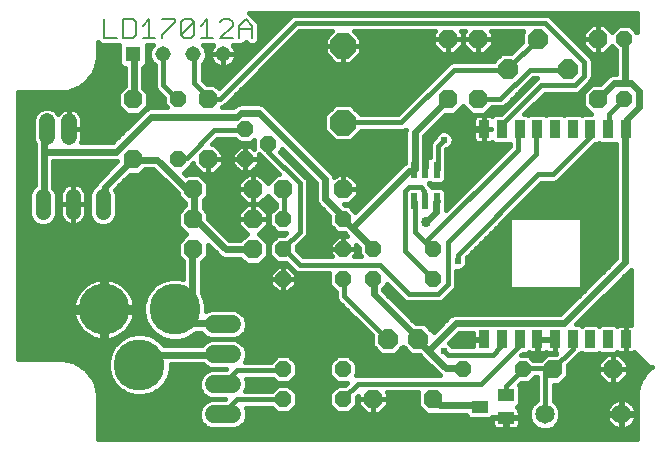
<source format=gtl>
G75*
%MOIN*%
%OFA0B0*%
%FSLAX25Y25*%
%IPPOS*%
%LPD*%
%AMOC8*
5,1,8,0,0,1.08239X$1,22.5*
%
%ADD10C,0.00600*%
%ADD11OC8,0.06300*%
%ADD12R,0.05512X0.03937*%
%ADD13OC8,0.06600*%
%ADD14OC8,0.05200*%
%ADD15OC8,0.08500*%
%ADD16R,0.02200X0.05200*%
%ADD17R,0.03543X0.05846*%
%ADD18R,0.05150X0.05150*%
%ADD19C,0.05150*%
%ADD20C,0.05150*%
%ADD21C,0.05200*%
%ADD22C,0.06496*%
%ADD23C,0.17000*%
%ADD24C,0.06000*%
%ADD25C,0.01600*%
%ADD26C,0.02400*%
%ADD27R,0.03900X0.03900*%
%ADD28C,0.02200*%
%ADD29C,0.03400*%
%ADD30C,0.02400*%
D10*
X0074166Y0169456D02*
X0078436Y0169456D01*
X0080612Y0169456D02*
X0083814Y0169456D01*
X0084882Y0170524D01*
X0084882Y0174794D01*
X0083814Y0175862D01*
X0080612Y0175862D01*
X0080612Y0169456D01*
X0087057Y0169456D02*
X0091327Y0169456D01*
X0089192Y0169456D02*
X0089192Y0175862D01*
X0087057Y0173726D01*
X0093503Y0175862D02*
X0097773Y0175862D01*
X0097773Y0174794D01*
X0093503Y0170524D01*
X0093503Y0169456D01*
X0099948Y0170524D02*
X0101016Y0169456D01*
X0103151Y0169456D01*
X0104218Y0170524D01*
X0104218Y0174794D01*
X0099948Y0170524D01*
X0099948Y0174794D01*
X0101016Y0175862D01*
X0103151Y0175862D01*
X0104218Y0174794D01*
X0106394Y0173726D02*
X0108529Y0175862D01*
X0108529Y0169456D01*
X0106394Y0169456D02*
X0110664Y0169456D01*
X0112839Y0169456D02*
X0117109Y0173726D01*
X0117109Y0174794D01*
X0116042Y0175862D01*
X0113907Y0175862D01*
X0112839Y0174794D01*
X0119285Y0173726D02*
X0121420Y0175862D01*
X0123555Y0173726D01*
X0123555Y0169456D01*
X0123555Y0172659D02*
X0119285Y0172659D01*
X0119285Y0173726D02*
X0119285Y0169456D01*
X0117109Y0169456D02*
X0112839Y0169456D01*
X0074166Y0169456D02*
X0074166Y0175862D01*
D11*
X0083866Y0149156D03*
X0108866Y0149156D03*
X0108866Y0129156D03*
X0103866Y0119156D03*
X0103866Y0109156D03*
X0103866Y0099156D03*
X0123866Y0099156D03*
X0123866Y0109156D03*
X0123866Y0119156D03*
X0133866Y0119156D03*
X0153866Y0119156D03*
X0188866Y0149156D03*
X0198866Y0149156D03*
X0198866Y0169156D03*
X0188866Y0169156D03*
X0238866Y0169156D03*
X0238866Y0149156D03*
X0243866Y0059156D03*
X0223866Y0059156D03*
X0183866Y0049156D03*
X0163866Y0049156D03*
X0083866Y0129156D03*
D12*
X0208197Y0050396D03*
X0199535Y0046656D03*
X0208197Y0042916D03*
D13*
X0178866Y0069156D03*
X0168866Y0069156D03*
X0208866Y0159156D03*
X0218866Y0169156D03*
X0228866Y0159156D03*
D14*
X0247616Y0149156D03*
X0247616Y0169156D03*
X0153866Y0109156D03*
X0153866Y0099156D03*
X0163866Y0099156D03*
X0163866Y0089156D03*
X0153866Y0089156D03*
X0133866Y0089156D03*
X0133866Y0099156D03*
X0133866Y0109156D03*
X0121366Y0129156D03*
X0128866Y0134156D03*
X0121366Y0139156D03*
X0098866Y0129156D03*
X0098866Y0149156D03*
X0183866Y0099156D03*
X0183866Y0089156D03*
X0193866Y0059156D03*
X0213866Y0059156D03*
X0153866Y0059156D03*
X0153866Y0049156D03*
X0133866Y0049156D03*
X0133866Y0059156D03*
D15*
X0153866Y0141356D03*
X0153866Y0166956D03*
D16*
X0177666Y0125506D03*
X0181366Y0125506D03*
X0185066Y0125506D03*
X0185066Y0115306D03*
X0181366Y0115306D03*
X0177666Y0115306D03*
D17*
X0200913Y0139166D03*
X0206819Y0139166D03*
X0212724Y0139166D03*
X0218630Y0139166D03*
X0224535Y0139166D03*
X0230441Y0139166D03*
X0236346Y0139166D03*
X0242252Y0139166D03*
X0248157Y0139166D03*
X0248157Y0069146D03*
X0242252Y0069146D03*
X0236346Y0069146D03*
X0230441Y0069146D03*
X0224535Y0069146D03*
X0218630Y0069146D03*
X0212724Y0069146D03*
X0206819Y0069146D03*
X0200913Y0069146D03*
D18*
X0083866Y0164156D03*
D19*
X0093866Y0164156D03*
X0103866Y0164156D03*
X0113866Y0164156D03*
D20*
X0073866Y0116731D02*
X0073866Y0111581D01*
X0063866Y0111581D02*
X0063866Y0116731D01*
X0053866Y0116731D02*
X0053866Y0111581D01*
D21*
X0055116Y0136556D02*
X0055116Y0141756D01*
X0062616Y0141756D02*
X0062616Y0136556D01*
D22*
X0221071Y0044156D03*
X0246661Y0044156D03*
D23*
X0097803Y0079156D03*
X0074181Y0079156D03*
X0085992Y0060652D03*
D24*
X0110866Y0064156D02*
X0116866Y0064156D01*
X0116866Y0054156D02*
X0110866Y0054156D01*
X0110866Y0044156D02*
X0116866Y0044156D01*
X0116866Y0074156D02*
X0110866Y0074156D01*
D25*
X0072225Y0049606D02*
X0072225Y0035956D01*
X0251728Y0035956D01*
X0251728Y0049606D01*
X0251706Y0049631D01*
X0251728Y0049933D01*
X0251728Y0050236D01*
X0251751Y0050259D01*
X0251831Y0051377D01*
X0251796Y0051431D01*
X0251854Y0051699D01*
X0251873Y0051973D01*
X0251923Y0052015D01*
X0252168Y0053142D01*
X0252141Y0053201D01*
X0252236Y0053458D01*
X0252295Y0053726D01*
X0252349Y0053761D01*
X0252752Y0054841D01*
X0252734Y0054903D01*
X0252865Y0055144D01*
X0252961Y0055401D01*
X0253020Y0055428D01*
X0253573Y0056439D01*
X0253564Y0056504D01*
X0253728Y0056723D01*
X0253859Y0056964D01*
X0253922Y0056982D01*
X0254612Y0057905D01*
X0254612Y0057970D01*
X0254806Y0058164D01*
X0254971Y0058383D01*
X0255035Y0058393D01*
X0255850Y0059208D01*
X0255859Y0059272D01*
X0256079Y0059437D01*
X0256273Y0059630D01*
X0256338Y0059630D01*
X0256907Y0060056D01*
X0255703Y0060056D01*
X0254766Y0060993D01*
X0252266Y0063493D01*
X0250998Y0064762D01*
X0250624Y0064546D01*
X0250166Y0064423D01*
X0248243Y0064423D01*
X0248243Y0069060D01*
X0248072Y0069060D01*
X0248072Y0064423D01*
X0246149Y0064423D01*
X0245691Y0064546D01*
X0245364Y0064735D01*
X0244852Y0064223D01*
X0239652Y0064223D01*
X0239299Y0064576D01*
X0238947Y0064223D01*
X0233746Y0064223D01*
X0233394Y0064576D01*
X0233041Y0064223D01*
X0232593Y0064223D01*
X0229016Y0060646D01*
X0229016Y0057023D01*
X0225999Y0054006D01*
X0224116Y0054006D01*
X0224116Y0048533D01*
X0225520Y0047129D01*
X0226319Y0045200D01*
X0226319Y0043112D01*
X0225520Y0041183D01*
X0224044Y0039707D01*
X0222115Y0038908D01*
X0220027Y0038908D01*
X0218098Y0039707D01*
X0216622Y0041183D01*
X0215823Y0043112D01*
X0215823Y0045200D01*
X0216622Y0047129D01*
X0218098Y0048605D01*
X0218516Y0048778D01*
X0218516Y0056706D01*
X0217922Y0056706D01*
X0215772Y0054556D01*
X0213176Y0054556D01*
X0212383Y0053763D01*
X0212953Y0053193D01*
X0212953Y0047599D01*
X0211817Y0046464D01*
X0212058Y0046325D01*
X0212393Y0045990D01*
X0212630Y0045579D01*
X0212753Y0045121D01*
X0212753Y0043100D01*
X0208381Y0043100D01*
X0208381Y0042732D01*
X0212753Y0042732D01*
X0212753Y0040711D01*
X0212630Y0040253D01*
X0212393Y0039842D01*
X0212058Y0039507D01*
X0211648Y0039270D01*
X0211190Y0039148D01*
X0208381Y0039148D01*
X0208381Y0042732D01*
X0208013Y0042732D01*
X0208013Y0039148D01*
X0205204Y0039148D01*
X0204746Y0039270D01*
X0204336Y0039507D01*
X0204001Y0039842D01*
X0203764Y0040253D01*
X0203641Y0040711D01*
X0203641Y0042732D01*
X0208013Y0042732D01*
X0208013Y0043100D01*
X0203641Y0043100D01*
X0203641Y0043209D01*
X0203120Y0042688D01*
X0195951Y0042688D01*
X0194780Y0043859D01*
X0194780Y0044056D01*
X0186049Y0044056D01*
X0185999Y0044006D01*
X0181733Y0044006D01*
X0178716Y0047023D01*
X0178716Y0051289D01*
X0178933Y0051506D01*
X0168516Y0051506D01*
X0168816Y0051207D01*
X0168816Y0049156D01*
X0163866Y0049156D01*
X0163866Y0049156D01*
X0163866Y0044206D01*
X0161816Y0044206D01*
X0158916Y0047106D01*
X0158916Y0049156D01*
X0163866Y0049156D01*
X0163866Y0049156D01*
X0163866Y0044206D01*
X0165916Y0044206D01*
X0168816Y0047106D01*
X0168816Y0049156D01*
X0163866Y0049156D01*
X0158916Y0049156D01*
X0158916Y0050346D01*
X0158466Y0049896D01*
X0158466Y0047251D01*
X0155772Y0044556D01*
X0151961Y0044556D01*
X0149266Y0047251D01*
X0149266Y0051062D01*
X0151961Y0053756D01*
X0154406Y0053756D01*
X0155206Y0054556D01*
X0151961Y0054556D01*
X0149266Y0057251D01*
X0149266Y0061062D01*
X0151961Y0063756D01*
X0155772Y0063756D01*
X0158466Y0061062D01*
X0158466Y0057251D01*
X0158295Y0057080D01*
X0158359Y0057106D01*
X0186182Y0057106D01*
X0179688Y0063600D01*
X0179432Y0063856D01*
X0176671Y0063856D01*
X0173866Y0066661D01*
X0171061Y0063856D01*
X0166671Y0063856D01*
X0163566Y0066961D01*
X0163566Y0070396D01*
X0151992Y0081970D01*
X0151566Y0082999D01*
X0151566Y0084951D01*
X0149266Y0087251D01*
X0149266Y0091062D01*
X0149361Y0091156D01*
X0138859Y0091156D01*
X0137830Y0091582D01*
X0134856Y0094556D01*
X0131961Y0094556D01*
X0129266Y0097251D01*
X0129266Y0101062D01*
X0131961Y0103756D01*
X0134206Y0103756D01*
X0135006Y0104556D01*
X0131961Y0104556D01*
X0129266Y0107251D01*
X0129266Y0111062D01*
X0131416Y0113212D01*
X0131416Y0114323D01*
X0128725Y0117014D01*
X0125916Y0114206D01*
X0123866Y0114206D01*
X0123866Y0119156D01*
X0123866Y0119156D01*
X0118916Y0119156D01*
X0118916Y0117106D01*
X0121816Y0114206D01*
X0123866Y0114206D01*
X0123866Y0119156D01*
X0123866Y0119156D01*
X0118916Y0119156D01*
X0118916Y0121207D01*
X0121816Y0124106D01*
X0123866Y0124106D01*
X0123866Y0119156D01*
X0123866Y0119156D01*
X0123866Y0124106D01*
X0125916Y0124106D01*
X0128725Y0121298D01*
X0131733Y0124306D01*
X0132406Y0124306D01*
X0127156Y0129556D01*
X0126961Y0129556D01*
X0125766Y0130751D01*
X0125766Y0129156D01*
X0121366Y0129156D01*
X0121366Y0129156D01*
X0121366Y0124756D01*
X0119544Y0124756D01*
X0116966Y0127334D01*
X0116966Y0129156D01*
X0121366Y0129156D01*
X0121366Y0129156D01*
X0121366Y0124756D01*
X0123189Y0124756D01*
X0125766Y0127334D01*
X0125766Y0129156D01*
X0121366Y0129156D01*
X0116966Y0129156D01*
X0116966Y0130979D01*
X0119544Y0133556D01*
X0121366Y0133556D01*
X0121366Y0129156D01*
X0121366Y0129156D01*
X0121366Y0129156D01*
X0121366Y0133556D01*
X0123189Y0133556D01*
X0124266Y0132479D01*
X0124266Y0135551D01*
X0123272Y0134556D01*
X0119461Y0134556D01*
X0118011Y0136006D01*
X0111976Y0136006D01*
X0110076Y0134106D01*
X0110916Y0134106D01*
X0113816Y0131207D01*
X0113816Y0129156D01*
X0108866Y0129156D01*
X0108866Y0129156D01*
X0108866Y0124206D01*
X0106816Y0124206D01*
X0103916Y0127106D01*
X0103916Y0127946D01*
X0103466Y0127496D01*
X0103466Y0127251D01*
X0100811Y0124595D01*
X0101417Y0123990D01*
X0101733Y0124306D01*
X0105999Y0124306D01*
X0109016Y0121289D01*
X0109016Y0117023D01*
X0107416Y0115423D01*
X0107416Y0112889D01*
X0109016Y0111289D01*
X0109016Y0109240D01*
X0116000Y0102256D01*
X0119683Y0102256D01*
X0121724Y0104298D01*
X0118916Y0107106D01*
X0118916Y0109156D01*
X0123866Y0109156D01*
X0123866Y0109156D01*
X0118916Y0109156D01*
X0118916Y0111207D01*
X0121816Y0114106D01*
X0123866Y0114106D01*
X0123866Y0109156D01*
X0123866Y0109156D01*
X0123866Y0109156D01*
X0128816Y0109156D01*
X0128816Y0107106D01*
X0126008Y0104298D01*
X0129016Y0101289D01*
X0129016Y0097023D01*
X0125999Y0094006D01*
X0121733Y0094006D01*
X0119683Y0096056D01*
X0114100Y0096056D01*
X0112960Y0096528D01*
X0109016Y0100472D01*
X0109016Y0097023D01*
X0106766Y0094773D01*
X0106766Y0084632D01*
X0107588Y0083209D01*
X0108303Y0080539D01*
X0108303Y0078506D01*
X0109872Y0079156D01*
X0117861Y0079156D01*
X0119698Y0078395D01*
X0121105Y0076988D01*
X0121866Y0075151D01*
X0121866Y0073162D01*
X0121105Y0071324D01*
X0119698Y0069917D01*
X0117861Y0069156D01*
X0109872Y0069156D01*
X0108034Y0068395D01*
X0106895Y0067256D01*
X0094237Y0067256D01*
X0092439Y0069054D01*
X0090045Y0070437D01*
X0087374Y0071152D01*
X0084610Y0071152D01*
X0081939Y0070437D01*
X0079545Y0069054D01*
X0077590Y0067099D01*
X0076208Y0064705D01*
X0075492Y0062035D01*
X0075492Y0059270D01*
X0076208Y0056599D01*
X0077590Y0054205D01*
X0079545Y0052250D01*
X0081939Y0050868D01*
X0084610Y0050152D01*
X0087374Y0050152D01*
X0090045Y0050868D01*
X0092439Y0052250D01*
X0094394Y0054205D01*
X0095777Y0056599D01*
X0096492Y0059270D01*
X0096492Y0060856D01*
X0107095Y0060856D01*
X0108034Y0059917D01*
X0109872Y0059156D01*
X0108034Y0058395D01*
X0106627Y0056988D01*
X0105866Y0055151D01*
X0105866Y0053162D01*
X0106627Y0051324D01*
X0108034Y0049917D01*
X0109872Y0049156D01*
X0114706Y0049156D01*
X0114706Y0049156D01*
X0109872Y0049156D01*
X0108034Y0048395D01*
X0106627Y0046988D01*
X0105866Y0045151D01*
X0105866Y0043162D01*
X0106627Y0041324D01*
X0108034Y0039917D01*
X0109872Y0039156D01*
X0117861Y0039156D01*
X0119698Y0039917D01*
X0121105Y0041324D01*
X0121866Y0043162D01*
X0121866Y0045151D01*
X0121388Y0046306D01*
X0130211Y0046306D01*
X0131961Y0044556D01*
X0135772Y0044556D01*
X0138466Y0047251D01*
X0138466Y0051062D01*
X0135772Y0053756D01*
X0131961Y0053756D01*
X0130111Y0051906D01*
X0121346Y0051906D01*
X0121866Y0053162D01*
X0121866Y0055151D01*
X0121491Y0056056D01*
X0130461Y0056056D01*
X0131961Y0054556D01*
X0135772Y0054556D01*
X0138466Y0057251D01*
X0138466Y0061062D01*
X0135772Y0063756D01*
X0131961Y0063756D01*
X0129861Y0061656D01*
X0121243Y0061656D01*
X0121866Y0063162D01*
X0121866Y0065151D01*
X0121105Y0066988D01*
X0119698Y0068395D01*
X0117861Y0069156D01*
X0109872Y0069156D01*
X0108034Y0069917D01*
X0106627Y0071324D01*
X0106614Y0071356D01*
X0104852Y0071356D01*
X0104250Y0070754D01*
X0101856Y0069372D01*
X0099185Y0068656D01*
X0096421Y0068656D01*
X0093750Y0069372D01*
X0091356Y0070754D01*
X0089401Y0072709D01*
X0088019Y0075103D01*
X0087303Y0077774D01*
X0087303Y0080539D01*
X0088019Y0083209D01*
X0089401Y0085603D01*
X0091356Y0087558D01*
X0093750Y0088941D01*
X0096421Y0089656D01*
X0099185Y0089656D01*
X0100566Y0089286D01*
X0100566Y0095173D01*
X0098716Y0097023D01*
X0098716Y0101289D01*
X0101583Y0104156D01*
X0098716Y0107023D01*
X0098716Y0111289D01*
X0101216Y0113789D01*
X0101216Y0114523D01*
X0098716Y0117023D01*
X0098716Y0117922D01*
X0090682Y0125956D01*
X0087949Y0125956D01*
X0085999Y0124006D01*
X0082850Y0124006D01*
X0077868Y0119024D01*
X0078441Y0117641D01*
X0078441Y0110671D01*
X0077744Y0108990D01*
X0076458Y0107703D01*
X0074776Y0107007D01*
X0072956Y0107007D01*
X0071275Y0107703D01*
X0069988Y0108990D01*
X0069291Y0110671D01*
X0069291Y0117641D01*
X0069988Y0119322D01*
X0071275Y0120609D01*
X0071343Y0120638D01*
X0071788Y0121712D01*
X0078632Y0128556D01*
X0057366Y0128556D01*
X0057366Y0119701D01*
X0057744Y0119322D01*
X0058441Y0117641D01*
X0058441Y0110671D01*
X0057744Y0108990D01*
X0056458Y0107703D01*
X0054776Y0107007D01*
X0052956Y0107007D01*
X0051275Y0107703D01*
X0049988Y0108990D01*
X0049291Y0110671D01*
X0049291Y0117641D01*
X0049988Y0119322D01*
X0051166Y0120501D01*
X0051166Y0134072D01*
X0050516Y0135641D01*
X0050516Y0142671D01*
X0051216Y0144362D01*
X0052510Y0145656D01*
X0054201Y0146356D01*
X0056031Y0146356D01*
X0057722Y0145656D01*
X0059016Y0144362D01*
X0059036Y0144314D01*
X0059260Y0144623D01*
X0059750Y0145112D01*
X0060310Y0145519D01*
X0060927Y0145834D01*
X0061586Y0146048D01*
X0062270Y0146156D01*
X0062616Y0146156D01*
X0062616Y0139156D01*
X0062616Y0139156D01*
X0062616Y0139156D01*
X0067016Y0139156D01*
X0067016Y0136210D01*
X0066908Y0135526D01*
X0066694Y0134867D01*
X0066637Y0134756D01*
X0077032Y0134756D01*
X0087388Y0145112D01*
X0087388Y0145112D01*
X0088260Y0145984D01*
X0089400Y0146456D01*
X0095061Y0146456D01*
X0094266Y0147251D01*
X0094266Y0149446D01*
X0091542Y0152170D01*
X0091116Y0153199D01*
X0091116Y0160436D01*
X0089988Y0161565D01*
X0089291Y0163246D01*
X0089291Y0165066D01*
X0089988Y0166748D01*
X0090396Y0167156D01*
X0088441Y0167156D01*
X0088441Y0160753D01*
X0087269Y0159581D01*
X0087266Y0159581D01*
X0087266Y0153039D01*
X0089016Y0151289D01*
X0089016Y0147023D01*
X0085999Y0144006D01*
X0081733Y0144006D01*
X0078716Y0147023D01*
X0078716Y0151289D01*
X0081066Y0153639D01*
X0081066Y0159581D01*
X0080463Y0159581D01*
X0079291Y0160753D01*
X0079291Y0167156D01*
X0073213Y0167156D01*
X0072225Y0168144D01*
X0072225Y0164376D01*
X0072247Y0164351D01*
X0072225Y0164049D01*
X0072225Y0163746D01*
X0072202Y0163723D01*
X0072122Y0162605D01*
X0072157Y0162550D01*
X0072099Y0162282D01*
X0072079Y0162009D01*
X0072030Y0161966D01*
X0071785Y0160840D01*
X0071812Y0160781D01*
X0071716Y0160524D01*
X0071658Y0160256D01*
X0071603Y0160221D01*
X0071200Y0159141D01*
X0071219Y0159078D01*
X0071087Y0158838D01*
X0070992Y0158581D01*
X0070932Y0158554D01*
X0070380Y0157542D01*
X0070389Y0157478D01*
X0070225Y0157258D01*
X0070094Y0157018D01*
X0070031Y0156999D01*
X0069340Y0156077D01*
X0069340Y0156011D01*
X0069146Y0155818D01*
X0068982Y0155598D01*
X0068918Y0155589D01*
X0068103Y0154774D01*
X0068093Y0154709D01*
X0067874Y0154545D01*
X0067680Y0154351D01*
X0067615Y0154351D01*
X0066692Y0153660D01*
X0066674Y0153598D01*
X0066433Y0153467D01*
X0066214Y0153302D01*
X0066149Y0153312D01*
X0065138Y0152759D01*
X0065111Y0152700D01*
X0064854Y0152604D01*
X0064613Y0152473D01*
X0064551Y0152491D01*
X0063471Y0152088D01*
X0063436Y0152034D01*
X0063168Y0151975D01*
X0062911Y0151879D01*
X0062852Y0151907D01*
X0061725Y0151662D01*
X0061683Y0151612D01*
X0061409Y0151593D01*
X0061141Y0151534D01*
X0061087Y0151570D01*
X0059969Y0151490D01*
X0059946Y0151466D01*
X0059643Y0151466D01*
X0059341Y0151445D01*
X0059316Y0151466D01*
X0045666Y0151466D01*
X0045666Y0062515D01*
X0059316Y0062515D01*
X0059341Y0062537D01*
X0059643Y0062515D01*
X0059946Y0062515D01*
X0059969Y0062492D01*
X0061087Y0062412D01*
X0061141Y0062447D01*
X0061409Y0062389D01*
X0061683Y0062369D01*
X0061725Y0062320D01*
X0062852Y0062075D01*
X0062911Y0062102D01*
X0063168Y0062006D01*
X0063436Y0061948D01*
X0063471Y0061893D01*
X0064551Y0061490D01*
X0064613Y0061509D01*
X0064854Y0061377D01*
X0065111Y0061282D01*
X0065138Y0061222D01*
X0066149Y0060670D01*
X0066214Y0060679D01*
X0066433Y0060515D01*
X0066674Y0060384D01*
X0066692Y0060321D01*
X0067615Y0059630D01*
X0067680Y0059630D01*
X0067874Y0059437D01*
X0068093Y0059272D01*
X0068103Y0059208D01*
X0068918Y0058393D01*
X0068982Y0058383D01*
X0069146Y0058164D01*
X0069340Y0057970D01*
X0069340Y0057905D01*
X0070031Y0056982D01*
X0070094Y0056964D01*
X0070225Y0056723D01*
X0070389Y0056504D01*
X0070380Y0056439D01*
X0070932Y0055428D01*
X0070992Y0055401D01*
X0071087Y0055144D01*
X0071219Y0054903D01*
X0071200Y0054841D01*
X0071603Y0053761D01*
X0071658Y0053726D01*
X0071716Y0053458D01*
X0071812Y0053201D01*
X0071785Y0053142D01*
X0072030Y0052015D01*
X0072079Y0051973D01*
X0072099Y0051699D01*
X0072157Y0051431D01*
X0072122Y0051377D01*
X0072202Y0050259D01*
X0072225Y0050236D01*
X0072225Y0049933D01*
X0072247Y0049631D01*
X0072225Y0049606D01*
X0072225Y0050141D02*
X0107810Y0050141D01*
X0108391Y0048543D02*
X0072225Y0048543D01*
X0072225Y0046944D02*
X0106609Y0046944D01*
X0105947Y0045346D02*
X0072225Y0045346D01*
X0072225Y0043747D02*
X0105866Y0043747D01*
X0106286Y0042149D02*
X0072225Y0042149D01*
X0072225Y0040550D02*
X0107401Y0040550D01*
X0113866Y0044156D02*
X0114066Y0044556D01*
X0118616Y0049106D01*
X0133566Y0049106D01*
X0133866Y0049156D01*
X0138466Y0048543D02*
X0149266Y0048543D01*
X0149266Y0050141D02*
X0138466Y0050141D01*
X0137788Y0051740D02*
X0149944Y0051740D01*
X0151543Y0053338D02*
X0136189Y0053338D01*
X0136152Y0054937D02*
X0151580Y0054937D01*
X0149982Y0056535D02*
X0137751Y0056535D01*
X0138466Y0058134D02*
X0149266Y0058134D01*
X0149266Y0059732D02*
X0138466Y0059732D01*
X0138197Y0061331D02*
X0149535Y0061331D01*
X0151134Y0062929D02*
X0136598Y0062929D01*
X0133866Y0059156D02*
X0133566Y0058856D01*
X0118616Y0058856D01*
X0114066Y0054306D01*
X0113866Y0054156D01*
X0107773Y0058134D02*
X0096188Y0058134D01*
X0096492Y0059732D02*
X0108481Y0059732D01*
X0109872Y0059156D02*
X0114956Y0059156D01*
X0114956Y0059156D01*
X0109872Y0059156D01*
X0106440Y0056535D02*
X0095740Y0056535D01*
X0094817Y0054937D02*
X0105866Y0054937D01*
X0105866Y0053338D02*
X0093527Y0053338D01*
X0091555Y0051740D02*
X0106455Y0051740D01*
X0121866Y0053338D02*
X0131543Y0053338D01*
X0131580Y0054937D02*
X0121866Y0054937D01*
X0121770Y0062929D02*
X0131134Y0062929D01*
X0121866Y0064528D02*
X0165999Y0064528D01*
X0164401Y0066126D02*
X0121462Y0066126D01*
X0120368Y0067725D02*
X0163566Y0067725D01*
X0163566Y0069323D02*
X0118264Y0069323D01*
X0120703Y0070922D02*
X0163041Y0070922D01*
X0161442Y0072520D02*
X0121601Y0072520D01*
X0121866Y0074119D02*
X0159844Y0074119D01*
X0158245Y0075717D02*
X0121631Y0075717D01*
X0120777Y0077316D02*
X0156647Y0077316D01*
X0155048Y0078914D02*
X0118444Y0078914D01*
X0109288Y0078914D02*
X0108303Y0078914D01*
X0108303Y0080513D02*
X0153450Y0080513D01*
X0151934Y0082112D02*
X0107882Y0082112D01*
X0107298Y0083710D02*
X0151566Y0083710D01*
X0151208Y0085309D02*
X0136241Y0085309D01*
X0135689Y0084756D02*
X0138266Y0087334D01*
X0138266Y0089156D01*
X0133866Y0089156D01*
X0133866Y0089156D01*
X0133866Y0084756D01*
X0132044Y0084756D01*
X0129466Y0087334D01*
X0129466Y0089156D01*
X0133866Y0089156D01*
X0133866Y0089156D01*
X0133866Y0084756D01*
X0135689Y0084756D01*
X0133866Y0085309D02*
X0133866Y0085309D01*
X0133866Y0086907D02*
X0133866Y0086907D01*
X0133866Y0088506D02*
X0133866Y0088506D01*
X0133866Y0089156D02*
X0133866Y0089156D01*
X0129466Y0089156D01*
X0129466Y0090979D01*
X0132044Y0093556D01*
X0133866Y0093556D01*
X0133866Y0089156D01*
X0133866Y0089156D01*
X0138266Y0089156D01*
X0138266Y0090979D01*
X0135689Y0093556D01*
X0133866Y0093556D01*
X0133866Y0089156D01*
X0133866Y0090104D02*
X0133866Y0090104D01*
X0133866Y0091703D02*
X0133866Y0091703D01*
X0133866Y0093301D02*
X0133866Y0093301D01*
X0131789Y0093301D02*
X0106766Y0093301D01*
X0106766Y0091703D02*
X0130190Y0091703D01*
X0129466Y0090104D02*
X0106766Y0090104D01*
X0106766Y0088506D02*
X0129466Y0088506D01*
X0129893Y0086907D02*
X0106766Y0086907D01*
X0106766Y0085309D02*
X0131491Y0085309D01*
X0137840Y0086907D02*
X0149610Y0086907D01*
X0149266Y0088506D02*
X0138266Y0088506D01*
X0138266Y0090104D02*
X0149266Y0090104D01*
X0153866Y0089156D02*
X0154366Y0088756D01*
X0154366Y0083556D01*
X0168666Y0069256D01*
X0168866Y0069156D01*
X0173332Y0066126D02*
X0174401Y0066126D01*
X0175999Y0064528D02*
X0171733Y0064528D01*
X0180359Y0062929D02*
X0156598Y0062929D01*
X0158197Y0061331D02*
X0181957Y0061331D01*
X0183556Y0059732D02*
X0158466Y0059732D01*
X0158466Y0058134D02*
X0185154Y0058134D01*
X0188816Y0064056D02*
X0187516Y0065356D01*
X0188816Y0064056D02*
X0203766Y0064056D01*
X0206366Y0066656D01*
X0206366Y0068606D01*
X0206819Y0069146D01*
X0212216Y0068606D02*
X0212724Y0069146D01*
X0212216Y0068606D02*
X0212216Y0066656D01*
X0199866Y0054306D01*
X0158916Y0054306D01*
X0154366Y0049756D01*
X0153866Y0049156D01*
X0149573Y0046944D02*
X0138160Y0046944D01*
X0136561Y0045346D02*
X0151171Y0045346D01*
X0156561Y0045346D02*
X0160676Y0045346D01*
X0159078Y0046944D02*
X0158160Y0046944D01*
X0158466Y0048543D02*
X0158916Y0048543D01*
X0158916Y0050141D02*
X0158711Y0050141D01*
X0163866Y0049156D02*
X0163866Y0049156D01*
X0163866Y0048543D02*
X0163866Y0048543D01*
X0163866Y0046944D02*
X0163866Y0046944D01*
X0163866Y0045346D02*
X0163866Y0045346D01*
X0167056Y0045346D02*
X0180393Y0045346D01*
X0178795Y0046944D02*
X0168655Y0046944D01*
X0168816Y0048543D02*
X0178716Y0048543D01*
X0178716Y0050141D02*
X0168816Y0050141D01*
X0194892Y0043747D02*
X0121866Y0043747D01*
X0121785Y0045346D02*
X0131171Y0045346D01*
X0121447Y0042149D02*
X0203641Y0042149D01*
X0203684Y0040550D02*
X0120331Y0040550D01*
X0107364Y0067725D02*
X0093769Y0067725D01*
X0093931Y0069323D02*
X0091973Y0069323D01*
X0091188Y0070922D02*
X0088234Y0070922D01*
X0089590Y0072520D02*
X0082063Y0072520D01*
X0081873Y0072282D02*
X0082595Y0073186D01*
X0083210Y0074166D01*
X0083712Y0075208D01*
X0084094Y0076300D01*
X0084352Y0077428D01*
X0084456Y0078356D01*
X0074981Y0078356D01*
X0074981Y0068881D01*
X0075909Y0068986D01*
X0077037Y0069243D01*
X0078129Y0069625D01*
X0079171Y0070127D01*
X0080151Y0070743D01*
X0081055Y0071464D01*
X0081873Y0072282D01*
X0080376Y0070922D02*
X0083750Y0070922D01*
X0083181Y0074119D02*
X0088587Y0074119D01*
X0087854Y0075717D02*
X0083890Y0075717D01*
X0084326Y0077316D02*
X0087426Y0077316D01*
X0087303Y0078914D02*
X0074981Y0078914D01*
X0074981Y0078356D02*
X0074981Y0079956D01*
X0084456Y0079956D01*
X0084352Y0080884D01*
X0084094Y0082012D01*
X0083712Y0083104D01*
X0083210Y0084146D01*
X0082595Y0085126D01*
X0081873Y0086030D01*
X0081055Y0086848D01*
X0080151Y0087570D01*
X0079171Y0088185D01*
X0078129Y0088687D01*
X0077037Y0089069D01*
X0075909Y0089327D01*
X0074981Y0089431D01*
X0074981Y0079956D01*
X0073381Y0079956D01*
X0073381Y0078356D01*
X0074981Y0078356D01*
X0074981Y0077316D02*
X0073381Y0077316D01*
X0073381Y0078356D02*
X0073381Y0068881D01*
X0072453Y0068986D01*
X0071325Y0069243D01*
X0070233Y0069625D01*
X0069191Y0070127D01*
X0068211Y0070743D01*
X0067307Y0071464D01*
X0066489Y0072282D01*
X0065768Y0073186D01*
X0065152Y0074166D01*
X0064650Y0075208D01*
X0064268Y0076300D01*
X0064011Y0077428D01*
X0063906Y0078356D01*
X0073381Y0078356D01*
X0073381Y0078914D02*
X0045666Y0078914D01*
X0045666Y0077316D02*
X0064036Y0077316D01*
X0064472Y0075717D02*
X0045666Y0075717D01*
X0045666Y0074119D02*
X0065182Y0074119D01*
X0066299Y0072520D02*
X0045666Y0072520D01*
X0045666Y0070922D02*
X0067987Y0070922D01*
X0071096Y0069323D02*
X0045666Y0069323D01*
X0045666Y0067725D02*
X0078216Y0067725D01*
X0077266Y0069323D02*
X0080011Y0069323D01*
X0077028Y0066126D02*
X0045666Y0066126D01*
X0045666Y0064528D02*
X0076160Y0064528D01*
X0075732Y0062929D02*
X0045666Y0062929D01*
X0064979Y0061331D02*
X0075492Y0061331D01*
X0075492Y0059732D02*
X0067479Y0059732D01*
X0069177Y0058134D02*
X0075797Y0058134D01*
X0076245Y0056535D02*
X0070366Y0056535D01*
X0071200Y0054937D02*
X0077168Y0054937D01*
X0078457Y0053338D02*
X0071761Y0053338D01*
X0072096Y0051740D02*
X0080429Y0051740D01*
X0072225Y0038952D02*
X0219922Y0038952D01*
X0222220Y0038952D02*
X0251728Y0038952D01*
X0251728Y0040550D02*
X0250194Y0040550D01*
X0249950Y0040306D02*
X0250512Y0040868D01*
X0250979Y0041510D01*
X0251340Y0042218D01*
X0251585Y0042974D01*
X0251709Y0043759D01*
X0251709Y0043873D01*
X0246944Y0043873D01*
X0246944Y0039108D01*
X0247059Y0039108D01*
X0247844Y0039232D01*
X0248599Y0039478D01*
X0249307Y0039839D01*
X0249950Y0040306D01*
X0251304Y0042149D02*
X0251728Y0042149D01*
X0251708Y0043747D02*
X0251728Y0043747D01*
X0251709Y0044439D02*
X0246944Y0044439D01*
X0246379Y0044439D01*
X0246379Y0049204D01*
X0246264Y0049204D01*
X0245479Y0049080D01*
X0244724Y0048834D01*
X0244016Y0048474D01*
X0243373Y0048007D01*
X0242811Y0047445D01*
X0242344Y0046802D01*
X0241983Y0046094D01*
X0241738Y0045338D01*
X0241613Y0044553D01*
X0241613Y0044439D01*
X0246379Y0044439D01*
X0246379Y0043873D01*
X0246944Y0043873D01*
X0246944Y0044439D01*
X0246944Y0049204D01*
X0247059Y0049204D01*
X0247844Y0049080D01*
X0248599Y0048834D01*
X0249307Y0048474D01*
X0249950Y0048007D01*
X0250512Y0047445D01*
X0250979Y0046802D01*
X0251340Y0046094D01*
X0251585Y0045338D01*
X0251709Y0044553D01*
X0251709Y0044439D01*
X0251728Y0045346D02*
X0251583Y0045346D01*
X0251728Y0046944D02*
X0250875Y0046944D01*
X0251728Y0048543D02*
X0249171Y0048543D01*
X0246944Y0048543D02*
X0246379Y0048543D01*
X0246379Y0046944D02*
X0246944Y0046944D01*
X0246944Y0045346D02*
X0246379Y0045346D01*
X0246379Y0043873D02*
X0241613Y0043873D01*
X0241613Y0043759D01*
X0241738Y0042974D01*
X0241983Y0042218D01*
X0242344Y0041510D01*
X0242811Y0040868D01*
X0243373Y0040306D01*
X0244016Y0039839D01*
X0244724Y0039478D01*
X0245479Y0039232D01*
X0246264Y0039108D01*
X0246379Y0039108D01*
X0246379Y0043873D01*
X0246379Y0043747D02*
X0246944Y0043747D01*
X0246944Y0042149D02*
X0246379Y0042149D01*
X0246379Y0040550D02*
X0246944Y0040550D01*
X0243128Y0040550D02*
X0224887Y0040550D01*
X0225920Y0042149D02*
X0242019Y0042149D01*
X0241615Y0043747D02*
X0226319Y0043747D01*
X0226259Y0045346D02*
X0241740Y0045346D01*
X0242447Y0046944D02*
X0225596Y0046944D01*
X0224116Y0048543D02*
X0244151Y0048543D01*
X0243866Y0054206D02*
X0245916Y0054206D01*
X0248816Y0057106D01*
X0248816Y0059156D01*
X0243866Y0059156D01*
X0243866Y0059156D01*
X0243866Y0054206D01*
X0241816Y0054206D01*
X0238916Y0057106D01*
X0238916Y0059156D01*
X0243866Y0059156D01*
X0243866Y0059156D01*
X0243866Y0054206D01*
X0243866Y0054937D02*
X0243866Y0054937D01*
X0243866Y0056535D02*
X0243866Y0056535D01*
X0243866Y0058134D02*
X0243866Y0058134D01*
X0243866Y0059156D02*
X0243866Y0059156D01*
X0238916Y0059156D01*
X0238916Y0061207D01*
X0241816Y0064106D01*
X0243866Y0064106D01*
X0243866Y0059156D01*
X0243866Y0059156D01*
X0248816Y0059156D01*
X0248816Y0061207D01*
X0245916Y0064106D01*
X0243866Y0064106D01*
X0243866Y0059156D01*
X0243866Y0059732D02*
X0243866Y0059732D01*
X0243866Y0061331D02*
X0243866Y0061331D01*
X0243866Y0062929D02*
X0243866Y0062929D01*
X0245157Y0064528D02*
X0245758Y0064528D01*
X0247093Y0062929D02*
X0252830Y0062929D01*
X0254429Y0061331D02*
X0248692Y0061331D01*
X0248816Y0059732D02*
X0256474Y0059732D01*
X0254776Y0058134D02*
X0248816Y0058134D01*
X0248246Y0056535D02*
X0253587Y0056535D01*
X0252752Y0054937D02*
X0246647Y0054937D01*
X0241085Y0054937D02*
X0226930Y0054937D01*
X0228528Y0056535D02*
X0239487Y0056535D01*
X0238916Y0058134D02*
X0229016Y0058134D01*
X0229016Y0059732D02*
X0238916Y0059732D01*
X0239040Y0061331D02*
X0229701Y0061331D01*
X0231299Y0062929D02*
X0240639Y0062929D01*
X0239347Y0064528D02*
X0239251Y0064528D01*
X0233442Y0064528D02*
X0233346Y0064528D01*
X0230416Y0066006D02*
X0223916Y0059506D01*
X0223866Y0059156D01*
X0221316Y0058856D01*
X0221316Y0044556D01*
X0221071Y0044156D01*
X0216222Y0042149D02*
X0212753Y0042149D01*
X0212753Y0043747D02*
X0215823Y0043747D01*
X0215883Y0045346D02*
X0212693Y0045346D01*
X0212298Y0046944D02*
X0216545Y0046944D01*
X0218036Y0048543D02*
X0212953Y0048543D01*
X0212953Y0050141D02*
X0218516Y0050141D01*
X0218516Y0051740D02*
X0212953Y0051740D01*
X0212808Y0053338D02*
X0218516Y0053338D01*
X0218516Y0054937D02*
X0216152Y0054937D01*
X0217751Y0056535D02*
X0218516Y0056535D01*
X0224116Y0053338D02*
X0252192Y0053338D01*
X0251857Y0051740D02*
X0224116Y0051740D01*
X0224116Y0050141D02*
X0251728Y0050141D01*
X0251728Y0037353D02*
X0072225Y0037353D01*
X0073381Y0069323D02*
X0074981Y0069323D01*
X0074981Y0070922D02*
X0073381Y0070922D01*
X0073381Y0072520D02*
X0074981Y0072520D01*
X0074981Y0074119D02*
X0073381Y0074119D01*
X0073381Y0075717D02*
X0074981Y0075717D01*
X0073381Y0079956D02*
X0063906Y0079956D01*
X0064011Y0080884D01*
X0064268Y0082012D01*
X0064650Y0083104D01*
X0065152Y0084146D01*
X0065768Y0085126D01*
X0066489Y0086030D01*
X0067307Y0086848D01*
X0068211Y0087570D01*
X0069191Y0088185D01*
X0070233Y0088687D01*
X0071325Y0089069D01*
X0072453Y0089327D01*
X0073381Y0089431D01*
X0073381Y0079956D01*
X0073381Y0080513D02*
X0074981Y0080513D01*
X0074981Y0082112D02*
X0073381Y0082112D01*
X0073381Y0083710D02*
X0074981Y0083710D01*
X0074981Y0085309D02*
X0073381Y0085309D01*
X0073381Y0086907D02*
X0074981Y0086907D01*
X0074981Y0088506D02*
X0073381Y0088506D01*
X0069856Y0088506D02*
X0045666Y0088506D01*
X0045666Y0090104D02*
X0100566Y0090104D01*
X0100566Y0091703D02*
X0045666Y0091703D01*
X0045666Y0093301D02*
X0100566Y0093301D01*
X0100566Y0094900D02*
X0045666Y0094900D01*
X0045666Y0096498D02*
X0099241Y0096498D01*
X0098716Y0098097D02*
X0045666Y0098097D01*
X0045666Y0099695D02*
X0098716Y0099695D01*
X0098720Y0101294D02*
X0045666Y0101294D01*
X0045666Y0102892D02*
X0100319Y0102892D01*
X0101248Y0104491D02*
X0045666Y0104491D01*
X0045666Y0106089D02*
X0099650Y0106089D01*
X0098716Y0107688D02*
X0076421Y0107688D01*
X0077867Y0109286D02*
X0098716Y0109286D01*
X0098716Y0110885D02*
X0078441Y0110885D01*
X0078441Y0112483D02*
X0099910Y0112483D01*
X0101216Y0114082D02*
X0078441Y0114082D01*
X0078441Y0115680D02*
X0100059Y0115680D01*
X0098716Y0117279D02*
X0078441Y0117279D01*
X0077929Y0118877D02*
X0097761Y0118877D01*
X0096162Y0120476D02*
X0079320Y0120476D01*
X0080918Y0122074D02*
X0094564Y0122074D01*
X0092965Y0123673D02*
X0082517Y0123673D01*
X0087264Y0125271D02*
X0091367Y0125271D01*
X0098866Y0129156D02*
X0099116Y0129706D01*
X0101716Y0129706D01*
X0110816Y0138806D01*
X0121216Y0138806D01*
X0121366Y0139156D01*
X0119155Y0134862D02*
X0110832Y0134862D01*
X0111759Y0133264D02*
X0119251Y0133264D01*
X0121366Y0133264D02*
X0121366Y0133264D01*
X0121366Y0131665D02*
X0121366Y0131665D01*
X0121366Y0130067D02*
X0121366Y0130067D01*
X0121366Y0128468D02*
X0121366Y0128468D01*
X0121366Y0126870D02*
X0121366Y0126870D01*
X0121366Y0125271D02*
X0121366Y0125271D01*
X0121382Y0123673D02*
X0106633Y0123673D01*
X0105751Y0125271D02*
X0101487Y0125271D01*
X0103085Y0126870D02*
X0104152Y0126870D01*
X0108866Y0126870D02*
X0108866Y0126870D01*
X0108866Y0128468D02*
X0108866Y0128468D01*
X0108866Y0129156D02*
X0108866Y0124206D01*
X0110916Y0124206D01*
X0113816Y0127106D01*
X0113816Y0129156D01*
X0108866Y0129156D01*
X0108866Y0129156D01*
X0108866Y0125271D02*
X0108866Y0125271D01*
X0111982Y0125271D02*
X0119028Y0125271D01*
X0117430Y0126870D02*
X0113580Y0126870D01*
X0113816Y0128468D02*
X0116966Y0128468D01*
X0116966Y0130067D02*
X0113816Y0130067D01*
X0113357Y0131665D02*
X0117653Y0131665D01*
X0123481Y0133264D02*
X0124266Y0133264D01*
X0124266Y0134862D02*
X0123578Y0134862D01*
X0128866Y0134156D02*
X0129016Y0133606D01*
X0129016Y0131656D01*
X0139416Y0121256D01*
X0139416Y0105006D01*
X0134216Y0099806D01*
X0133866Y0099156D01*
X0134216Y0099156D01*
X0139416Y0093956D01*
X0166066Y0093956D01*
X0175816Y0084206D01*
X0185566Y0084206D01*
X0188816Y0087456D01*
X0188816Y0101556D01*
X0218066Y0130806D01*
X0218066Y0138806D01*
X0218630Y0139166D01*
X0212724Y0139166D02*
X0212216Y0138806D01*
X0212216Y0132306D01*
X0181341Y0101431D01*
X0177766Y0105006D01*
X0177766Y0114756D01*
X0177666Y0115306D01*
X0181016Y0115406D02*
X0181016Y0118656D01*
X0179716Y0119956D01*
X0175816Y0119956D01*
X0174516Y0118656D01*
X0174516Y0098506D01*
X0183866Y0089156D01*
X0187940Y0082620D02*
X0191190Y0085870D01*
X0191616Y0086899D01*
X0191616Y0092056D01*
X0192703Y0092056D01*
X0193879Y0092543D01*
X0194779Y0093444D01*
X0195266Y0094620D01*
X0195266Y0095893D01*
X0195060Y0096390D01*
X0220026Y0121356D01*
X0224423Y0121356D01*
X0225452Y0121782D01*
X0226240Y0122570D01*
X0237913Y0134243D01*
X0238947Y0134243D01*
X0239299Y0134595D01*
X0239652Y0134243D01*
X0244852Y0134243D01*
X0244866Y0134257D01*
X0244866Y0096090D01*
X0226332Y0077556D01*
X0190800Y0077556D01*
X0189660Y0077084D01*
X0184047Y0071471D01*
X0181061Y0074456D01*
X0178250Y0074456D01*
X0167216Y0085490D01*
X0167216Y0086001D01*
X0168466Y0087251D01*
X0168466Y0087596D01*
X0174230Y0081832D01*
X0175259Y0081406D01*
X0186123Y0081406D01*
X0187152Y0081832D01*
X0187940Y0082620D01*
X0187431Y0082112D02*
X0230887Y0082112D01*
X0232486Y0083710D02*
X0189030Y0083710D01*
X0190628Y0085309D02*
X0234084Y0085309D01*
X0233416Y0086325D02*
X0233416Y0109488D01*
X0232948Y0109956D01*
X0209785Y0109956D01*
X0209316Y0109488D01*
X0209316Y0086325D01*
X0209785Y0085856D01*
X0232948Y0085856D01*
X0233416Y0086325D01*
X0233416Y0086907D02*
X0235683Y0086907D01*
X0237281Y0088506D02*
X0233416Y0088506D01*
X0233416Y0090104D02*
X0238880Y0090104D01*
X0240479Y0091703D02*
X0233416Y0091703D01*
X0233416Y0093301D02*
X0242077Y0093301D01*
X0243676Y0094900D02*
X0233416Y0094900D01*
X0233416Y0096498D02*
X0244866Y0096498D01*
X0244866Y0098097D02*
X0233416Y0098097D01*
X0233416Y0099695D02*
X0244866Y0099695D01*
X0244866Y0101294D02*
X0233416Y0101294D01*
X0233416Y0102892D02*
X0244866Y0102892D01*
X0244866Y0104491D02*
X0233416Y0104491D01*
X0233416Y0106089D02*
X0244866Y0106089D01*
X0244866Y0107688D02*
X0233416Y0107688D01*
X0233416Y0109286D02*
X0244866Y0109286D01*
X0244866Y0110885D02*
X0209554Y0110885D01*
X0209316Y0109286D02*
X0207956Y0109286D01*
X0209316Y0107688D02*
X0206357Y0107688D01*
X0204759Y0106089D02*
X0209316Y0106089D01*
X0209316Y0104491D02*
X0203160Y0104491D01*
X0201562Y0102892D02*
X0209316Y0102892D01*
X0209316Y0101294D02*
X0199963Y0101294D01*
X0198365Y0099695D02*
X0209316Y0099695D01*
X0209316Y0098097D02*
X0196766Y0098097D01*
X0195168Y0096498D02*
X0209316Y0096498D01*
X0209316Y0094900D02*
X0195266Y0094900D01*
X0194637Y0093301D02*
X0209316Y0093301D01*
X0209316Y0091703D02*
X0191616Y0091703D01*
X0191616Y0090104D02*
X0209316Y0090104D01*
X0209316Y0088506D02*
X0191616Y0088506D01*
X0191616Y0086907D02*
X0209316Y0086907D01*
X0227690Y0078914D02*
X0173792Y0078914D01*
X0175390Y0077316D02*
X0190220Y0077316D01*
X0188293Y0075717D02*
X0176989Y0075717D01*
X0181399Y0074119D02*
X0186695Y0074119D01*
X0185096Y0072520D02*
X0182997Y0072520D01*
X0189371Y0068027D02*
X0192700Y0071356D01*
X0197342Y0071356D01*
X0197342Y0069232D01*
X0200827Y0069232D01*
X0200827Y0069060D01*
X0197342Y0069060D01*
X0197342Y0066856D01*
X0190358Y0066856D01*
X0190229Y0067169D01*
X0189371Y0068027D01*
X0189673Y0067725D02*
X0197342Y0067725D01*
X0197342Y0069323D02*
X0190667Y0069323D01*
X0192266Y0070922D02*
X0197342Y0070922D01*
X0213276Y0063756D02*
X0213743Y0064223D01*
X0215324Y0064223D01*
X0215836Y0064735D01*
X0216163Y0064546D01*
X0216621Y0064423D01*
X0218544Y0064423D01*
X0218544Y0069060D01*
X0218716Y0069060D01*
X0218716Y0064423D01*
X0220639Y0064423D01*
X0221096Y0064546D01*
X0221507Y0064783D01*
X0221583Y0064859D01*
X0221659Y0064783D01*
X0222069Y0064546D01*
X0222527Y0064423D01*
X0224450Y0064423D01*
X0224450Y0069060D01*
X0224621Y0069060D01*
X0224621Y0064423D01*
X0224873Y0064423D01*
X0224756Y0064306D01*
X0221733Y0064306D01*
X0219733Y0062306D01*
X0217222Y0062306D01*
X0215772Y0063756D01*
X0213276Y0063756D01*
X0215629Y0064528D02*
X0216230Y0064528D01*
X0216598Y0062929D02*
X0220356Y0062929D01*
X0221030Y0064528D02*
X0222136Y0064528D01*
X0224450Y0064528D02*
X0224621Y0064528D01*
X0224621Y0066126D02*
X0224450Y0066126D01*
X0224450Y0067725D02*
X0224621Y0067725D01*
X0224450Y0069060D02*
X0220964Y0069060D01*
X0218716Y0069060D01*
X0218716Y0069232D01*
X0224450Y0069232D01*
X0224450Y0069060D01*
X0218716Y0067725D02*
X0218544Y0067725D01*
X0218544Y0066126D02*
X0218716Y0066126D01*
X0218716Y0064528D02*
X0218544Y0064528D01*
X0214166Y0059506D02*
X0213866Y0059156D01*
X0213516Y0058856D01*
X0208316Y0053656D01*
X0208316Y0050406D01*
X0208197Y0050396D01*
X0208013Y0042149D02*
X0208381Y0042149D01*
X0208381Y0040550D02*
X0208013Y0040550D01*
X0212710Y0040550D02*
X0217255Y0040550D01*
X0214166Y0059506D02*
X0223266Y0059506D01*
X0223866Y0059156D01*
X0230416Y0066006D02*
X0230416Y0068606D01*
X0230441Y0069146D01*
X0231614Y0074070D02*
X0249766Y0092222D01*
X0249766Y0073870D01*
X0248243Y0073870D01*
X0248243Y0069232D01*
X0248072Y0069232D01*
X0248072Y0073870D01*
X0246149Y0073870D01*
X0245691Y0073747D01*
X0245364Y0073558D01*
X0244852Y0074070D01*
X0239652Y0074070D01*
X0239299Y0073717D01*
X0238947Y0074070D01*
X0233746Y0074070D01*
X0233394Y0073717D01*
X0233041Y0074070D01*
X0231614Y0074070D01*
X0231663Y0074119D02*
X0249766Y0074119D01*
X0249766Y0075717D02*
X0233261Y0075717D01*
X0234860Y0077316D02*
X0249766Y0077316D01*
X0249766Y0078914D02*
X0236459Y0078914D01*
X0238057Y0080513D02*
X0249766Y0080513D01*
X0249766Y0082112D02*
X0239656Y0082112D01*
X0241254Y0083710D02*
X0249766Y0083710D01*
X0249766Y0085309D02*
X0242853Y0085309D01*
X0244451Y0086907D02*
X0249766Y0086907D01*
X0249766Y0088506D02*
X0246050Y0088506D01*
X0247648Y0090104D02*
X0249766Y0090104D01*
X0249766Y0091703D02*
X0249247Y0091703D01*
X0229289Y0080513D02*
X0172193Y0080513D01*
X0170595Y0082112D02*
X0173951Y0082112D01*
X0172352Y0083710D02*
X0168996Y0083710D01*
X0167398Y0085309D02*
X0170754Y0085309D01*
X0169155Y0086907D02*
X0168122Y0086907D01*
X0159761Y0096756D02*
X0157689Y0096756D01*
X0158266Y0097334D01*
X0158266Y0099156D01*
X0153866Y0099156D01*
X0149466Y0099156D01*
X0149466Y0097334D01*
X0150044Y0096756D01*
X0140576Y0096756D01*
X0138466Y0098866D01*
X0138466Y0100096D01*
X0141790Y0103420D01*
X0142216Y0104449D01*
X0142216Y0121813D01*
X0141790Y0122842D01*
X0141002Y0123630D01*
X0132924Y0131708D01*
X0133466Y0132251D01*
X0133466Y0132572D01*
X0144766Y0121272D01*
X0144766Y0115440D01*
X0145238Y0114300D01*
X0149266Y0110272D01*
X0149266Y0107251D01*
X0151961Y0104556D01*
X0154332Y0104556D01*
X0155210Y0103678D01*
X0155332Y0103556D01*
X0153866Y0103556D01*
X0152044Y0103556D01*
X0149466Y0100979D01*
X0149466Y0099156D01*
X0153866Y0099156D01*
X0153866Y0099156D01*
X0153866Y0099156D01*
X0153866Y0103556D01*
X0153866Y0099156D01*
X0153866Y0099156D01*
X0158266Y0099156D01*
X0158266Y0100622D01*
X0159266Y0099622D01*
X0159266Y0097251D01*
X0159761Y0096756D01*
X0159266Y0098097D02*
X0158266Y0098097D01*
X0158266Y0099695D02*
X0159193Y0099695D01*
X0153866Y0099695D02*
X0153866Y0099695D01*
X0153866Y0101294D02*
X0153866Y0101294D01*
X0153866Y0102892D02*
X0153866Y0102892D01*
X0154398Y0104491D02*
X0142216Y0104491D01*
X0142216Y0106089D02*
X0150428Y0106089D01*
X0149266Y0107688D02*
X0142216Y0107688D01*
X0142216Y0109286D02*
X0149266Y0109286D01*
X0148654Y0110885D02*
X0142216Y0110885D01*
X0142216Y0112483D02*
X0147055Y0112483D01*
X0145457Y0114082D02*
X0142216Y0114082D01*
X0142216Y0115680D02*
X0144766Y0115680D01*
X0144766Y0117279D02*
X0142216Y0117279D01*
X0142216Y0118877D02*
X0144766Y0118877D01*
X0144766Y0120476D02*
X0142216Y0120476D01*
X0142108Y0122074D02*
X0143964Y0122074D01*
X0142365Y0123673D02*
X0140959Y0123673D01*
X0140767Y0125271D02*
X0139361Y0125271D01*
X0139168Y0126870D02*
X0137762Y0126870D01*
X0137570Y0128468D02*
X0136164Y0128468D01*
X0135971Y0130067D02*
X0134565Y0130067D01*
X0134373Y0131665D02*
X0132967Y0131665D01*
X0128244Y0128468D02*
X0125766Y0128468D01*
X0125766Y0130067D02*
X0126450Y0130067D01*
X0125302Y0126870D02*
X0129843Y0126870D01*
X0131441Y0125271D02*
X0123704Y0125271D01*
X0123866Y0123673D02*
X0123866Y0123673D01*
X0123866Y0122074D02*
X0123866Y0122074D01*
X0123866Y0120476D02*
X0123866Y0120476D01*
X0123866Y0118877D02*
X0123866Y0118877D01*
X0123866Y0117279D02*
X0123866Y0117279D01*
X0123866Y0115680D02*
X0123866Y0115680D01*
X0123866Y0114106D02*
X0123866Y0109156D01*
X0128816Y0109156D01*
X0128816Y0111207D01*
X0125916Y0114106D01*
X0123866Y0114106D01*
X0123866Y0114082D02*
X0123866Y0114082D01*
X0123866Y0112483D02*
X0123866Y0112483D01*
X0123866Y0110885D02*
X0123866Y0110885D01*
X0123866Y0109286D02*
X0123866Y0109286D01*
X0127539Y0112483D02*
X0130688Y0112483D01*
X0131416Y0114082D02*
X0125941Y0114082D01*
X0127391Y0115680D02*
X0130059Y0115680D01*
X0134216Y0118656D02*
X0133866Y0119156D01*
X0134216Y0118656D02*
X0134216Y0109556D01*
X0133866Y0109156D01*
X0129266Y0109286D02*
X0128816Y0109286D01*
X0128816Y0107688D02*
X0129266Y0107688D01*
X0130428Y0106089D02*
X0127799Y0106089D01*
X0126201Y0104491D02*
X0134941Y0104491D01*
X0131097Y0102892D02*
X0127413Y0102892D01*
X0129012Y0101294D02*
X0129498Y0101294D01*
X0129266Y0099695D02*
X0129016Y0099695D01*
X0129016Y0098097D02*
X0129266Y0098097D01*
X0130019Y0096498D02*
X0128491Y0096498D01*
X0126893Y0094900D02*
X0131617Y0094900D01*
X0135944Y0093301D02*
X0136111Y0093301D01*
X0137542Y0091703D02*
X0137710Y0091703D01*
X0139235Y0098097D02*
X0149466Y0098097D01*
X0149466Y0099695D02*
X0138466Y0099695D01*
X0139663Y0101294D02*
X0149781Y0101294D01*
X0151380Y0102892D02*
X0141262Y0102892D01*
X0129266Y0110885D02*
X0128816Y0110885D01*
X0121791Y0114082D02*
X0107416Y0114082D01*
X0107673Y0115680D02*
X0120342Y0115680D01*
X0118916Y0117279D02*
X0109016Y0117279D01*
X0109016Y0118877D02*
X0118916Y0118877D01*
X0118916Y0120476D02*
X0109016Y0120476D01*
X0108231Y0122074D02*
X0119784Y0122074D01*
X0126350Y0123673D02*
X0131100Y0123673D01*
X0129501Y0122074D02*
X0127948Y0122074D01*
X0120193Y0112483D02*
X0107822Y0112483D01*
X0109016Y0110885D02*
X0118916Y0110885D01*
X0118916Y0109286D02*
X0109016Y0109286D01*
X0110569Y0107688D02*
X0118916Y0107688D01*
X0119933Y0106089D02*
X0112167Y0106089D01*
X0113766Y0104491D02*
X0121531Y0104491D01*
X0120319Y0102892D02*
X0115364Y0102892D01*
X0111392Y0098097D02*
X0109016Y0098097D01*
X0109016Y0099695D02*
X0109793Y0099695D01*
X0108491Y0096498D02*
X0113033Y0096498D01*
X0106893Y0094900D02*
X0120840Y0094900D01*
X0092997Y0088506D02*
X0078506Y0088506D01*
X0080982Y0086907D02*
X0090705Y0086907D01*
X0089231Y0085309D02*
X0082449Y0085309D01*
X0083420Y0083710D02*
X0088308Y0083710D01*
X0087725Y0082112D02*
X0084059Y0082112D01*
X0084393Y0080513D02*
X0087303Y0080513D01*
X0101676Y0069323D02*
X0109468Y0069323D01*
X0107029Y0070922D02*
X0104418Y0070922D01*
X0067380Y0086907D02*
X0045666Y0086907D01*
X0045666Y0085309D02*
X0065913Y0085309D01*
X0064942Y0083710D02*
X0045666Y0083710D01*
X0045666Y0082112D02*
X0064303Y0082112D01*
X0063969Y0080513D02*
X0045666Y0080513D01*
X0045666Y0107688D02*
X0051312Y0107688D01*
X0049865Y0109286D02*
X0045666Y0109286D01*
X0045666Y0110885D02*
X0049291Y0110885D01*
X0049291Y0112483D02*
X0045666Y0112483D01*
X0045666Y0114082D02*
X0049291Y0114082D01*
X0049291Y0115680D02*
X0045666Y0115680D01*
X0045666Y0117279D02*
X0049291Y0117279D01*
X0049803Y0118877D02*
X0045666Y0118877D01*
X0045666Y0120476D02*
X0051141Y0120476D01*
X0051166Y0122074D02*
X0045666Y0122074D01*
X0045666Y0123673D02*
X0051166Y0123673D01*
X0051166Y0125271D02*
X0045666Y0125271D01*
X0045666Y0126870D02*
X0051166Y0126870D01*
X0051166Y0128468D02*
X0045666Y0128468D01*
X0045666Y0130067D02*
X0051166Y0130067D01*
X0051166Y0131665D02*
X0045666Y0131665D01*
X0045666Y0133264D02*
X0051166Y0133264D01*
X0050839Y0134862D02*
X0045666Y0134862D01*
X0045666Y0136461D02*
X0050516Y0136461D01*
X0050516Y0138059D02*
X0045666Y0138059D01*
X0045666Y0139658D02*
X0050516Y0139658D01*
X0050516Y0141256D02*
X0045666Y0141256D01*
X0045666Y0142855D02*
X0050592Y0142855D01*
X0051308Y0144453D02*
X0045666Y0144453D01*
X0045666Y0146052D02*
X0053467Y0146052D01*
X0056766Y0146052D02*
X0061612Y0146052D01*
X0062616Y0146052D02*
X0062616Y0146052D01*
X0062616Y0146156D02*
X0062616Y0139156D01*
X0067016Y0139156D01*
X0067016Y0142102D01*
X0066908Y0142786D01*
X0066694Y0143445D01*
X0066379Y0144062D01*
X0065972Y0144623D01*
X0065483Y0145112D01*
X0064922Y0145519D01*
X0064305Y0145834D01*
X0063646Y0146048D01*
X0062962Y0146156D01*
X0062616Y0146156D01*
X0063620Y0146052D02*
X0079687Y0146052D01*
X0078716Y0147650D02*
X0045666Y0147650D01*
X0045666Y0149249D02*
X0078716Y0149249D01*
X0078716Y0150847D02*
X0045666Y0150847D01*
X0058924Y0144453D02*
X0059137Y0144453D01*
X0062616Y0144453D02*
X0062616Y0144453D01*
X0062616Y0142855D02*
X0062616Y0142855D01*
X0062616Y0141256D02*
X0062616Y0141256D01*
X0062616Y0139658D02*
X0062616Y0139658D01*
X0067016Y0139658D02*
X0081934Y0139658D01*
X0083532Y0141256D02*
X0067016Y0141256D01*
X0066886Y0142855D02*
X0085131Y0142855D01*
X0086447Y0144453D02*
X0086729Y0144453D01*
X0088045Y0146052D02*
X0088424Y0146052D01*
X0089016Y0147650D02*
X0094266Y0147650D01*
X0094266Y0149249D02*
X0089016Y0149249D01*
X0089016Y0150847D02*
X0092865Y0150847D01*
X0091428Y0152446D02*
X0087859Y0152446D01*
X0087266Y0154045D02*
X0091116Y0154045D01*
X0091116Y0155643D02*
X0087266Y0155643D01*
X0087266Y0157242D02*
X0091116Y0157242D01*
X0091116Y0158840D02*
X0087266Y0158840D01*
X0088127Y0160439D02*
X0091114Y0160439D01*
X0089792Y0162037D02*
X0088441Y0162037D01*
X0088441Y0163636D02*
X0089291Y0163636D01*
X0089361Y0165234D02*
X0088441Y0165234D01*
X0088441Y0166833D02*
X0090073Y0166833D01*
X0093866Y0164156D02*
X0093916Y0164156D01*
X0093916Y0153756D01*
X0098466Y0149206D01*
X0098866Y0149156D01*
X0104316Y0154406D02*
X0108866Y0149856D01*
X0108866Y0149156D01*
X0108866Y0149206D01*
X0112766Y0149206D01*
X0138116Y0174556D01*
X0221316Y0174556D01*
X0234316Y0161556D01*
X0234316Y0157006D01*
X0231066Y0153756D01*
X0220016Y0153756D01*
X0207016Y0140756D01*
X0207016Y0139456D01*
X0206819Y0139166D01*
X0203047Y0139252D02*
X0200999Y0139252D01*
X0200828Y0139252D01*
X0200828Y0143889D01*
X0198905Y0143889D01*
X0198447Y0143767D01*
X0198037Y0143530D01*
X0197701Y0143194D01*
X0197464Y0142784D01*
X0197342Y0142326D01*
X0197342Y0139252D01*
X0200827Y0139252D01*
X0200827Y0139080D01*
X0197342Y0139080D01*
X0197342Y0136006D01*
X0197464Y0135548D01*
X0197701Y0135138D01*
X0198037Y0134802D01*
X0198447Y0134565D01*
X0198905Y0134443D01*
X0200828Y0134443D01*
X0200828Y0139080D01*
X0200999Y0139080D01*
X0200999Y0134443D01*
X0202922Y0134443D01*
X0203380Y0134565D01*
X0203707Y0134754D01*
X0204219Y0134243D01*
X0209416Y0134243D01*
X0209416Y0133466D01*
X0188166Y0112216D01*
X0188166Y0114891D01*
X0188219Y0115085D01*
X0188166Y0115502D01*
X0188166Y0118735D01*
X0186995Y0119906D01*
X0183529Y0119906D01*
X0183390Y0120242D01*
X0182602Y0121030D01*
X0182526Y0121106D01*
X0182703Y0121106D01*
X0182888Y0121156D01*
X0183138Y0120906D01*
X0186995Y0120906D01*
X0188166Y0122078D01*
X0188166Y0124661D01*
X0188232Y0124926D01*
X0188366Y0125249D01*
X0188366Y0125461D01*
X0188418Y0125667D01*
X0188366Y0126013D01*
X0188366Y0132445D01*
X0189329Y0132843D01*
X0190229Y0133744D01*
X0190716Y0134920D01*
X0190716Y0136193D01*
X0190229Y0137369D01*
X0189329Y0138269D01*
X0188153Y0138756D01*
X0186880Y0138756D01*
X0185703Y0138269D01*
X0184803Y0137369D01*
X0184403Y0136403D01*
X0183192Y0135192D01*
X0182766Y0134163D01*
X0182766Y0129889D01*
X0182703Y0129906D01*
X0181366Y0129906D01*
X0180866Y0129906D01*
X0180866Y0136872D01*
X0188000Y0144006D01*
X0190999Y0144006D01*
X0193866Y0146873D01*
X0196733Y0144006D01*
X0200999Y0144006D01*
X0203399Y0146406D01*
X0206923Y0146406D01*
X0207952Y0146832D01*
X0208740Y0147620D01*
X0217276Y0156156D01*
X0218494Y0156156D01*
X0218430Y0156130D01*
X0217642Y0155342D01*
X0206389Y0144089D01*
X0204219Y0144089D01*
X0203707Y0143578D01*
X0203380Y0143767D01*
X0202922Y0143889D01*
X0200999Y0143889D01*
X0200999Y0139252D01*
X0200999Y0139080D01*
X0203047Y0139080D01*
X0203047Y0139252D01*
X0200999Y0139658D02*
X0200828Y0139658D01*
X0200828Y0141256D02*
X0200999Y0141256D01*
X0200999Y0142855D02*
X0200828Y0142855D01*
X0201447Y0144453D02*
X0206754Y0144453D01*
X0208352Y0146052D02*
X0203045Y0146052D01*
X0206366Y0149206D02*
X0199216Y0149206D01*
X0198866Y0149156D01*
X0194687Y0146052D02*
X0193045Y0146052D01*
X0191447Y0144453D02*
X0196286Y0144453D01*
X0197505Y0142855D02*
X0186849Y0142855D01*
X0185250Y0141256D02*
X0197342Y0141256D01*
X0197342Y0139658D02*
X0183652Y0139658D01*
X0182053Y0138059D02*
X0185494Y0138059D01*
X0184427Y0136461D02*
X0180866Y0136461D01*
X0180866Y0134862D02*
X0183056Y0134862D01*
X0182766Y0133264D02*
X0180866Y0133264D01*
X0180866Y0131665D02*
X0182766Y0131665D01*
X0182766Y0130067D02*
X0180866Y0130067D01*
X0181366Y0129906D02*
X0181366Y0125506D01*
X0181366Y0125506D01*
X0181366Y0129906D01*
X0181366Y0128468D02*
X0181366Y0128468D01*
X0181366Y0126870D02*
X0181366Y0126870D01*
X0185066Y0125506D02*
X0185566Y0125806D01*
X0185566Y0133606D01*
X0187516Y0135556D01*
X0189749Y0133264D02*
X0209214Y0133264D01*
X0207616Y0131665D02*
X0188366Y0131665D01*
X0188366Y0130067D02*
X0206017Y0130067D01*
X0204419Y0128468D02*
X0188366Y0128468D01*
X0188366Y0126870D02*
X0202820Y0126870D01*
X0201222Y0125271D02*
X0188366Y0125271D01*
X0188166Y0123673D02*
X0199623Y0123673D01*
X0198024Y0122074D02*
X0188163Y0122074D01*
X0188023Y0118877D02*
X0194827Y0118877D01*
X0193229Y0117279D02*
X0188166Y0117279D01*
X0188166Y0115680D02*
X0191630Y0115680D01*
X0190032Y0114082D02*
X0188166Y0114082D01*
X0188166Y0112483D02*
X0188433Y0112483D01*
X0181366Y0115306D02*
X0181016Y0115406D01*
X0183156Y0120476D02*
X0196426Y0120476D01*
X0211153Y0112483D02*
X0244866Y0112483D01*
X0244866Y0114082D02*
X0212751Y0114082D01*
X0214350Y0115680D02*
X0244866Y0115680D01*
X0244866Y0117279D02*
X0215949Y0117279D01*
X0217547Y0118877D02*
X0244866Y0118877D01*
X0244866Y0120476D02*
X0219146Y0120476D01*
X0218866Y0124156D02*
X0221366Y0124156D01*
X0222616Y0124156D01*
X0223866Y0124156D01*
X0236366Y0136656D01*
X0236366Y0139156D01*
X0236346Y0139166D01*
X0242116Y0139456D02*
X0242252Y0139166D01*
X0242116Y0139456D02*
X0242616Y0139456D01*
X0242616Y0144156D01*
X0247616Y0149156D01*
X0242310Y0157034D02*
X0239582Y0154306D01*
X0236733Y0154306D01*
X0233716Y0151289D01*
X0233716Y0147023D01*
X0236650Y0144089D01*
X0233746Y0144089D01*
X0233394Y0143737D01*
X0233041Y0144089D01*
X0227841Y0144089D01*
X0227488Y0143737D01*
X0227136Y0144089D01*
X0221935Y0144089D01*
X0221583Y0143737D01*
X0221230Y0144089D01*
X0216030Y0144089D01*
X0215677Y0143737D01*
X0215324Y0144089D01*
X0214309Y0144089D01*
X0221176Y0150956D01*
X0231623Y0150956D01*
X0232652Y0151382D01*
X0235902Y0154632D01*
X0236690Y0155420D01*
X0237116Y0156449D01*
X0237116Y0162113D01*
X0236690Y0163142D01*
X0223690Y0176142D01*
X0222902Y0176930D01*
X0221873Y0177356D01*
X0137559Y0177356D01*
X0136530Y0176930D01*
X0112453Y0152853D01*
X0110999Y0154306D01*
X0108376Y0154306D01*
X0107116Y0155566D01*
X0107116Y0160936D01*
X0107744Y0161565D01*
X0108441Y0163246D01*
X0108441Y0165066D01*
X0107744Y0166748D01*
X0107336Y0167156D01*
X0110679Y0167156D01*
X0110529Y0167006D01*
X0110124Y0166449D01*
X0109812Y0165835D01*
X0109599Y0165181D01*
X0109491Y0164500D01*
X0109491Y0164156D01*
X0109491Y0163812D01*
X0109599Y0163132D01*
X0109812Y0162477D01*
X0110124Y0161863D01*
X0110529Y0161306D01*
X0111016Y0160819D01*
X0111573Y0160414D01*
X0112187Y0160102D01*
X0112842Y0159889D01*
X0113522Y0159781D01*
X0113866Y0159781D01*
X0113866Y0164156D01*
X0113866Y0164156D01*
X0109491Y0164156D01*
X0113866Y0164156D01*
X0113866Y0164156D01*
X0113866Y0159781D01*
X0114210Y0159781D01*
X0114891Y0159889D01*
X0115545Y0160102D01*
X0116159Y0160414D01*
X0116716Y0160819D01*
X0117203Y0161306D01*
X0117608Y0161863D01*
X0117920Y0162477D01*
X0118133Y0163132D01*
X0118241Y0163812D01*
X0118241Y0164156D01*
X0113866Y0164156D01*
X0113866Y0164156D01*
X0118241Y0164156D01*
X0118241Y0164500D01*
X0118133Y0165181D01*
X0117920Y0165835D01*
X0117608Y0166449D01*
X0117203Y0167006D01*
X0117053Y0167156D01*
X0118062Y0167156D01*
X0118197Y0167291D01*
X0118332Y0167156D01*
X0120237Y0167156D01*
X0121420Y0168339D01*
X0122602Y0167156D01*
X0124508Y0167156D01*
X0125855Y0168503D01*
X0125855Y0174679D01*
X0122509Y0178025D01*
X0251728Y0178025D01*
X0251728Y0171550D01*
X0249522Y0173756D01*
X0245711Y0173756D01*
X0243489Y0171534D01*
X0240916Y0174106D01*
X0238866Y0174106D01*
X0236816Y0174106D01*
X0233916Y0171207D01*
X0233916Y0169156D01*
X0233916Y0167106D01*
X0236816Y0164206D01*
X0238866Y0164206D01*
X0238866Y0169156D01*
X0238866Y0169156D01*
X0233916Y0169156D01*
X0238866Y0169156D01*
X0238866Y0169156D01*
X0238866Y0164206D01*
X0240916Y0164206D01*
X0243489Y0166778D01*
X0244866Y0165401D01*
X0244866Y0157506D01*
X0243450Y0157506D01*
X0242310Y0157034D01*
X0242811Y0157242D02*
X0237116Y0157242D01*
X0237116Y0158840D02*
X0244866Y0158840D01*
X0244866Y0160439D02*
X0237116Y0160439D01*
X0237116Y0162037D02*
X0244866Y0162037D01*
X0244866Y0163636D02*
X0236197Y0163636D01*
X0235788Y0165234D02*
X0234598Y0165234D01*
X0234189Y0166833D02*
X0232999Y0166833D01*
X0233916Y0168431D02*
X0231401Y0168431D01*
X0229802Y0170030D02*
X0233916Y0170030D01*
X0234338Y0171628D02*
X0228204Y0171628D01*
X0226605Y0173227D02*
X0235936Y0173227D01*
X0238866Y0173227D02*
X0238866Y0173227D01*
X0238866Y0174106D02*
X0238866Y0169156D01*
X0238866Y0169156D01*
X0238866Y0174106D01*
X0238866Y0171628D02*
X0238866Y0171628D01*
X0238866Y0170030D02*
X0238866Y0170030D01*
X0238866Y0168431D02*
X0238866Y0168431D01*
X0238866Y0166833D02*
X0238866Y0166833D01*
X0238866Y0165234D02*
X0238866Y0165234D01*
X0241944Y0165234D02*
X0244866Y0165234D01*
X0243583Y0171628D02*
X0243395Y0171628D01*
X0241796Y0173227D02*
X0245181Y0173227D01*
X0250051Y0173227D02*
X0251728Y0173227D01*
X0251728Y0174825D02*
X0225007Y0174825D01*
X0223408Y0176424D02*
X0251728Y0176424D01*
X0251728Y0178022D02*
X0122512Y0178022D01*
X0124110Y0176424D02*
X0136024Y0176424D01*
X0134425Y0174825D02*
X0125709Y0174825D01*
X0125855Y0173227D02*
X0132827Y0173227D01*
X0131228Y0171628D02*
X0125855Y0171628D01*
X0125855Y0170030D02*
X0129630Y0170030D01*
X0128031Y0168431D02*
X0125783Y0168431D01*
X0126433Y0166833D02*
X0117329Y0166833D01*
X0118116Y0165234D02*
X0124834Y0165234D01*
X0123236Y0163636D02*
X0118213Y0163636D01*
X0117696Y0162037D02*
X0121637Y0162037D01*
X0120039Y0160439D02*
X0116192Y0160439D01*
X0113866Y0160439D02*
X0113866Y0160439D01*
X0113866Y0162037D02*
X0113866Y0162037D01*
X0113866Y0163636D02*
X0113866Y0163636D01*
X0110036Y0162037D02*
X0107940Y0162037D01*
X0108441Y0163636D02*
X0109519Y0163636D01*
X0109616Y0165234D02*
X0108371Y0165234D01*
X0107659Y0166833D02*
X0110403Y0166833D01*
X0104316Y0164156D02*
X0103866Y0164156D01*
X0104316Y0164156D02*
X0104316Y0154406D01*
X0107116Y0155643D02*
X0115243Y0155643D01*
X0113645Y0154045D02*
X0111261Y0154045D01*
X0107116Y0157242D02*
X0116842Y0157242D01*
X0118440Y0158840D02*
X0107116Y0158840D01*
X0107116Y0160439D02*
X0111540Y0160439D01*
X0121564Y0154045D02*
X0181895Y0154045D01*
X0183493Y0155643D02*
X0123163Y0155643D01*
X0124761Y0157242D02*
X0185092Y0157242D01*
X0186690Y0158840D02*
X0126360Y0158840D01*
X0127958Y0160439D02*
X0188289Y0160439D01*
X0188392Y0160542D02*
X0172056Y0144206D01*
X0159855Y0144206D01*
X0156455Y0147606D01*
X0151277Y0147606D01*
X0147616Y0143945D01*
X0147616Y0138767D01*
X0151277Y0135106D01*
X0156455Y0135106D01*
X0159955Y0138606D01*
X0173773Y0138606D01*
X0174768Y0139018D01*
X0174666Y0138773D01*
X0174666Y0129035D01*
X0174566Y0128935D01*
X0174566Y0127994D01*
X0174060Y0127784D01*
X0157902Y0111626D01*
X0155772Y0113756D01*
X0154550Y0113756D01*
X0154100Y0114206D01*
X0155916Y0114206D01*
X0158816Y0117106D01*
X0158816Y0119156D01*
X0153866Y0119156D01*
X0153866Y0124106D01*
X0151816Y0124106D01*
X0150942Y0123232D01*
X0150494Y0124312D01*
X0149622Y0125184D01*
X0127522Y0147284D01*
X0126383Y0147756D01*
X0119300Y0147756D01*
X0118160Y0147284D01*
X0117332Y0146456D01*
X0113449Y0146456D01*
X0113453Y0146460D01*
X0114352Y0146832D01*
X0115140Y0147620D01*
X0139276Y0171756D01*
X0150110Y0171756D01*
X0147816Y0169462D01*
X0147816Y0167056D01*
X0153766Y0167056D01*
X0153766Y0166856D01*
X0153966Y0166856D01*
X0153966Y0160906D01*
X0156372Y0160906D01*
X0159916Y0164450D01*
X0159916Y0166856D01*
X0153966Y0166856D01*
X0153966Y0167056D01*
X0159916Y0167056D01*
X0159916Y0169462D01*
X0157622Y0171756D01*
X0184466Y0171756D01*
X0183916Y0171207D01*
X0183916Y0169156D01*
X0183916Y0167106D01*
X0186816Y0164206D01*
X0188866Y0164206D01*
X0188866Y0169156D01*
X0188866Y0169156D01*
X0183916Y0169156D01*
X0188866Y0169156D01*
X0188866Y0169156D01*
X0188866Y0164206D01*
X0190916Y0164206D01*
X0193816Y0167106D01*
X0193816Y0169156D01*
X0188866Y0169156D01*
X0188866Y0169156D01*
X0193816Y0169156D01*
X0193816Y0171207D01*
X0193266Y0171756D01*
X0194466Y0171756D01*
X0193916Y0171207D01*
X0193916Y0169156D01*
X0193916Y0167106D01*
X0196816Y0164206D01*
X0198866Y0164206D01*
X0198866Y0169156D01*
X0198866Y0169156D01*
X0193916Y0169156D01*
X0198866Y0169156D01*
X0198866Y0169156D01*
X0198866Y0164206D01*
X0200916Y0164206D01*
X0203816Y0167106D01*
X0203816Y0169156D01*
X0198866Y0169156D01*
X0198866Y0169156D01*
X0203816Y0169156D01*
X0203816Y0171207D01*
X0203266Y0171756D01*
X0213971Y0171756D01*
X0213566Y0171351D01*
X0213566Y0168166D01*
X0209856Y0164456D01*
X0206671Y0164456D01*
X0203971Y0161756D01*
X0190209Y0161756D01*
X0189180Y0161330D01*
X0188392Y0160542D01*
X0190766Y0158956D02*
X0208316Y0158956D01*
X0208866Y0159156D01*
X0208966Y0159606D01*
X0218716Y0169356D01*
X0218866Y0169156D01*
X0213566Y0168431D02*
X0203816Y0168431D01*
X0203816Y0170030D02*
X0213566Y0170030D01*
X0213843Y0171628D02*
X0203395Y0171628D01*
X0198866Y0168431D02*
X0198866Y0168431D01*
X0198866Y0166833D02*
X0198866Y0166833D01*
X0198866Y0165234D02*
X0198866Y0165234D01*
X0195788Y0165234D02*
X0191944Y0165234D01*
X0193543Y0166833D02*
X0194189Y0166833D01*
X0193916Y0168431D02*
X0193816Y0168431D01*
X0193816Y0170030D02*
X0193916Y0170030D01*
X0194338Y0171628D02*
X0193395Y0171628D01*
X0188866Y0168431D02*
X0188866Y0168431D01*
X0188866Y0166833D02*
X0188866Y0166833D01*
X0188866Y0165234D02*
X0188866Y0165234D01*
X0185788Y0165234D02*
X0159916Y0165234D01*
X0159916Y0166833D02*
X0184189Y0166833D01*
X0183916Y0168431D02*
X0159916Y0168431D01*
X0159349Y0170030D02*
X0183916Y0170030D01*
X0184338Y0171628D02*
X0157750Y0171628D01*
X0149982Y0171628D02*
X0139148Y0171628D01*
X0137549Y0170030D02*
X0148384Y0170030D01*
X0147816Y0168431D02*
X0135951Y0168431D01*
X0134352Y0166833D02*
X0147816Y0166833D01*
X0147816Y0166856D02*
X0147816Y0164450D01*
X0151360Y0160906D01*
X0153766Y0160906D01*
X0153766Y0166856D01*
X0147816Y0166856D01*
X0147816Y0165234D02*
X0132754Y0165234D01*
X0131155Y0163636D02*
X0148631Y0163636D01*
X0150229Y0162037D02*
X0129557Y0162037D01*
X0119966Y0152446D02*
X0180296Y0152446D01*
X0178698Y0150847D02*
X0118367Y0150847D01*
X0116769Y0149249D02*
X0177099Y0149249D01*
X0175501Y0147650D02*
X0126638Y0147650D01*
X0128754Y0146052D02*
X0149723Y0146052D01*
X0148125Y0144453D02*
X0130353Y0144453D01*
X0131951Y0142855D02*
X0147616Y0142855D01*
X0147616Y0141256D02*
X0133550Y0141256D01*
X0135148Y0139658D02*
X0147616Y0139658D01*
X0148324Y0138059D02*
X0136747Y0138059D01*
X0138345Y0136461D02*
X0149923Y0136461D01*
X0157810Y0136461D02*
X0174666Y0136461D01*
X0174666Y0138059D02*
X0159408Y0138059D01*
X0154366Y0141406D02*
X0153866Y0141356D01*
X0154366Y0141406D02*
X0173216Y0141406D01*
X0190766Y0158956D01*
X0201944Y0165234D02*
X0210634Y0165234D01*
X0212233Y0166833D02*
X0203543Y0166833D01*
X0205850Y0163636D02*
X0159102Y0163636D01*
X0157503Y0162037D02*
X0204252Y0162037D01*
X0216116Y0158956D02*
X0206366Y0149206D01*
X0208770Y0147650D02*
X0209951Y0147650D01*
X0210369Y0149249D02*
X0211549Y0149249D01*
X0211967Y0150847D02*
X0213148Y0150847D01*
X0213566Y0152446D02*
X0214746Y0152446D01*
X0215164Y0154045D02*
X0216345Y0154045D01*
X0216763Y0155643D02*
X0217943Y0155643D01*
X0216116Y0158956D02*
X0228466Y0158956D01*
X0228866Y0159156D01*
X0235314Y0154045D02*
X0236471Y0154045D01*
X0236782Y0155643D02*
X0240919Y0155643D01*
X0234873Y0152446D02*
X0233716Y0152446D01*
X0233716Y0150847D02*
X0221067Y0150847D01*
X0219469Y0149249D02*
X0233716Y0149249D01*
X0233716Y0147650D02*
X0217870Y0147650D01*
X0216272Y0146052D02*
X0234687Y0146052D01*
X0236286Y0144453D02*
X0214673Y0144453D01*
X0200999Y0138059D02*
X0200828Y0138059D01*
X0200828Y0136461D02*
X0200999Y0136461D01*
X0200999Y0134862D02*
X0200828Y0134862D01*
X0197977Y0134862D02*
X0190692Y0134862D01*
X0190605Y0136461D02*
X0197342Y0136461D01*
X0197342Y0138059D02*
X0189538Y0138059D01*
X0174666Y0134862D02*
X0139944Y0134862D01*
X0141542Y0133264D02*
X0174666Y0133264D01*
X0174666Y0131665D02*
X0143141Y0131665D01*
X0144740Y0130067D02*
X0174666Y0130067D01*
X0174566Y0128468D02*
X0146338Y0128468D01*
X0147937Y0126870D02*
X0173146Y0126870D01*
X0171547Y0125271D02*
X0149535Y0125271D01*
X0150759Y0123673D02*
X0151382Y0123673D01*
X0153866Y0123673D02*
X0153866Y0123673D01*
X0153866Y0124106D02*
X0153866Y0119156D01*
X0153866Y0119156D01*
X0153866Y0119156D01*
X0158816Y0119156D01*
X0158816Y0121207D01*
X0155916Y0124106D01*
X0153866Y0124106D01*
X0153866Y0122074D02*
X0153866Y0122074D01*
X0153866Y0120476D02*
X0153866Y0120476D01*
X0157948Y0122074D02*
X0168350Y0122074D01*
X0166752Y0120476D02*
X0158816Y0120476D01*
X0158816Y0118877D02*
X0165153Y0118877D01*
X0163555Y0117279D02*
X0158816Y0117279D01*
X0157391Y0115680D02*
X0161956Y0115680D01*
X0160358Y0114082D02*
X0154225Y0114082D01*
X0157044Y0112483D02*
X0158759Y0112483D01*
X0156350Y0123673D02*
X0169949Y0123673D01*
X0182602Y0121030D02*
X0182602Y0121030D01*
X0181341Y0101431D02*
X0183616Y0099156D01*
X0183866Y0099156D01*
X0192066Y0097356D02*
X0192066Y0095256D01*
X0192066Y0097356D02*
X0218866Y0124156D01*
X0225744Y0122074D02*
X0244866Y0122074D01*
X0244866Y0123673D02*
X0227343Y0123673D01*
X0228941Y0125271D02*
X0244866Y0125271D01*
X0244866Y0126870D02*
X0230540Y0126870D01*
X0232138Y0128468D02*
X0244866Y0128468D01*
X0244866Y0130067D02*
X0233737Y0130067D01*
X0235335Y0131665D02*
X0244866Y0131665D01*
X0244866Y0133264D02*
X0236934Y0133264D01*
X0242616Y0139156D02*
X0242616Y0139456D01*
X0251650Y0171628D02*
X0251728Y0171628D01*
X0173902Y0146052D02*
X0158009Y0146052D01*
X0159608Y0144453D02*
X0172304Y0144453D01*
X0153966Y0162037D02*
X0153766Y0162037D01*
X0153766Y0163636D02*
X0153966Y0163636D01*
X0153966Y0165234D02*
X0153766Y0165234D01*
X0153766Y0166833D02*
X0153966Y0166833D01*
X0119044Y0147650D02*
X0115170Y0147650D01*
X0081286Y0144453D02*
X0066095Y0144453D01*
X0067016Y0138059D02*
X0080335Y0138059D01*
X0078737Y0136461D02*
X0067016Y0136461D01*
X0066691Y0134862D02*
X0077138Y0134862D01*
X0078544Y0128468D02*
X0057366Y0128468D01*
X0057366Y0126870D02*
X0076946Y0126870D01*
X0075347Y0125271D02*
X0057366Y0125271D01*
X0057366Y0123673D02*
X0073749Y0123673D01*
X0072150Y0122074D02*
X0057366Y0122074D01*
X0057366Y0120476D02*
X0061579Y0120476D01*
X0061573Y0120473D02*
X0061016Y0120068D01*
X0060529Y0119581D01*
X0060124Y0119024D01*
X0059812Y0118410D01*
X0059599Y0117755D01*
X0059491Y0117075D01*
X0059491Y0114156D01*
X0059491Y0111237D01*
X0059599Y0110557D01*
X0059812Y0109902D01*
X0060124Y0109288D01*
X0060529Y0108731D01*
X0061016Y0108244D01*
X0061573Y0107840D01*
X0062187Y0107527D01*
X0062842Y0107314D01*
X0063522Y0107207D01*
X0063866Y0107207D01*
X0063866Y0114156D01*
X0063866Y0114156D01*
X0059491Y0114156D01*
X0063866Y0114156D01*
X0063866Y0114156D01*
X0063866Y0107207D01*
X0064210Y0107207D01*
X0064891Y0107314D01*
X0065545Y0107527D01*
X0066159Y0107840D01*
X0066716Y0108244D01*
X0067203Y0108731D01*
X0067608Y0109288D01*
X0067920Y0109902D01*
X0068133Y0110557D01*
X0068241Y0111237D01*
X0068241Y0114156D01*
X0063866Y0114156D01*
X0063866Y0121106D01*
X0063522Y0121106D01*
X0062842Y0120998D01*
X0062187Y0120785D01*
X0061573Y0120473D01*
X0060050Y0118877D02*
X0057929Y0118877D01*
X0058441Y0117279D02*
X0059524Y0117279D01*
X0059491Y0115680D02*
X0058441Y0115680D01*
X0058441Y0114082D02*
X0059491Y0114082D01*
X0059491Y0112483D02*
X0058441Y0112483D01*
X0058441Y0110885D02*
X0059547Y0110885D01*
X0060126Y0109286D02*
X0057867Y0109286D01*
X0056421Y0107688D02*
X0061872Y0107688D01*
X0063866Y0107688D02*
X0063866Y0107688D01*
X0063866Y0109286D02*
X0063866Y0109286D01*
X0063866Y0110885D02*
X0063866Y0110885D01*
X0063866Y0112483D02*
X0063866Y0112483D01*
X0063866Y0114082D02*
X0063866Y0114082D01*
X0063866Y0114156D02*
X0063866Y0114156D01*
X0063866Y0114156D01*
X0068241Y0114156D01*
X0068241Y0117075D01*
X0068133Y0117755D01*
X0067920Y0118410D01*
X0067608Y0119024D01*
X0067203Y0119581D01*
X0066716Y0120068D01*
X0066159Y0120473D01*
X0065545Y0120785D01*
X0064891Y0120998D01*
X0064210Y0121106D01*
X0063866Y0121106D01*
X0063866Y0114156D01*
X0063866Y0115680D02*
X0063866Y0115680D01*
X0063866Y0117279D02*
X0063866Y0117279D01*
X0063866Y0118877D02*
X0063866Y0118877D01*
X0063866Y0120476D02*
X0063866Y0120476D01*
X0066153Y0120476D02*
X0071141Y0120476D01*
X0069803Y0118877D02*
X0067682Y0118877D01*
X0068209Y0117279D02*
X0069291Y0117279D01*
X0069291Y0115680D02*
X0068241Y0115680D01*
X0068241Y0114082D02*
X0069291Y0114082D01*
X0069291Y0112483D02*
X0068241Y0112483D01*
X0068185Y0110885D02*
X0069291Y0110885D01*
X0069865Y0109286D02*
X0067606Y0109286D01*
X0065861Y0107688D02*
X0071312Y0107688D01*
X0064430Y0152446D02*
X0079873Y0152446D01*
X0081066Y0154045D02*
X0067205Y0154045D01*
X0069016Y0155643D02*
X0081066Y0155643D01*
X0081066Y0157242D02*
X0070216Y0157242D01*
X0071089Y0158840D02*
X0081066Y0158840D01*
X0079606Y0160439D02*
X0071698Y0160439D01*
X0072081Y0162037D02*
X0079291Y0162037D01*
X0079291Y0163636D02*
X0072196Y0163636D01*
X0072225Y0165234D02*
X0079291Y0165234D01*
X0079291Y0166833D02*
X0072225Y0166833D01*
X0248072Y0072520D02*
X0248243Y0072520D01*
X0248243Y0070922D02*
X0248072Y0070922D01*
X0248072Y0069323D02*
X0248243Y0069323D01*
X0248243Y0067725D02*
X0248072Y0067725D01*
X0248072Y0066126D02*
X0248243Y0066126D01*
X0248243Y0064528D02*
X0248072Y0064528D01*
X0250557Y0064528D02*
X0251232Y0064528D01*
D26*
X0181366Y0126656D02*
X0181366Y0136656D01*
X0183866Y0139156D01*
X0201366Y0139156D01*
X0200913Y0139166D01*
X0113866Y0064156D02*
X0113416Y0064056D01*
X0089366Y0064056D01*
X0086116Y0060806D01*
X0085992Y0060652D01*
D27*
X0193866Y0079156D03*
X0193866Y0129156D03*
D28*
X0177766Y0125806D02*
X0177766Y0138156D01*
X0188816Y0149206D01*
X0188866Y0149156D01*
X0177766Y0125806D02*
X0177666Y0125506D01*
X0177116Y0125156D01*
X0175816Y0125156D01*
X0156966Y0106306D01*
X0154366Y0108906D01*
X0153866Y0109156D01*
X0153716Y0110206D01*
X0147866Y0116056D01*
X0147866Y0122556D01*
X0125766Y0144656D01*
X0119916Y0144656D01*
X0118616Y0143356D01*
X0090016Y0143356D01*
X0078316Y0131656D01*
X0054266Y0131656D01*
X0054266Y0114756D01*
X0053866Y0114156D01*
X0073866Y0114156D02*
X0074416Y0114756D01*
X0074416Y0119956D01*
X0083516Y0129056D01*
X0083866Y0129156D01*
X0084816Y0129056D01*
X0091966Y0129056D01*
X0101716Y0119306D01*
X0103016Y0119306D01*
X0103866Y0119156D01*
X0104316Y0118656D01*
X0104316Y0109556D01*
X0103866Y0109156D01*
X0104966Y0108906D01*
X0114716Y0099156D01*
X0123866Y0099156D01*
X0103866Y0099156D02*
X0103666Y0099156D01*
X0103666Y0084856D01*
X0098466Y0079656D01*
X0097803Y0079156D01*
X0097816Y0079006D01*
X0102366Y0074456D01*
X0113416Y0074456D01*
X0113866Y0074156D01*
X0164116Y0084206D02*
X0178416Y0069906D01*
X0178866Y0069156D01*
X0179066Y0068606D01*
X0182316Y0065356D01*
X0191416Y0074456D01*
X0227616Y0074456D01*
X0247966Y0094806D01*
X0247966Y0138156D01*
X0248157Y0139166D01*
X0248616Y0139456D01*
X0248616Y0142706D01*
X0252516Y0146606D01*
X0252516Y0151806D01*
X0249916Y0154406D01*
X0247966Y0154406D01*
X0247966Y0168706D01*
X0247616Y0169156D01*
X0247966Y0154406D02*
X0244066Y0154406D01*
X0238866Y0149206D01*
X0238866Y0149156D01*
X0185066Y0115306D02*
X0184916Y0114756D01*
X0184916Y0111506D01*
X0181666Y0108256D01*
X0164116Y0099156D02*
X0163866Y0099156D01*
X0164116Y0099156D02*
X0156966Y0106306D01*
X0163866Y0089156D02*
X0164116Y0088756D01*
X0164116Y0084206D01*
X0182316Y0065356D02*
X0188166Y0059506D01*
X0193366Y0059506D01*
X0193866Y0059156D01*
X0184266Y0049106D02*
X0183866Y0049156D01*
X0184266Y0049106D02*
X0186216Y0047156D01*
X0199216Y0047156D01*
X0199535Y0046656D01*
X0054266Y0131656D02*
X0054266Y0138156D01*
X0054916Y0138806D01*
X0055116Y0139156D01*
X0083866Y0149156D02*
X0084166Y0149206D01*
X0084166Y0164156D01*
X0083866Y0164156D01*
D29*
X0181666Y0108256D03*
D30*
X0192066Y0095256D03*
X0187516Y0065356D03*
X0187516Y0135556D03*
M02*

</source>
